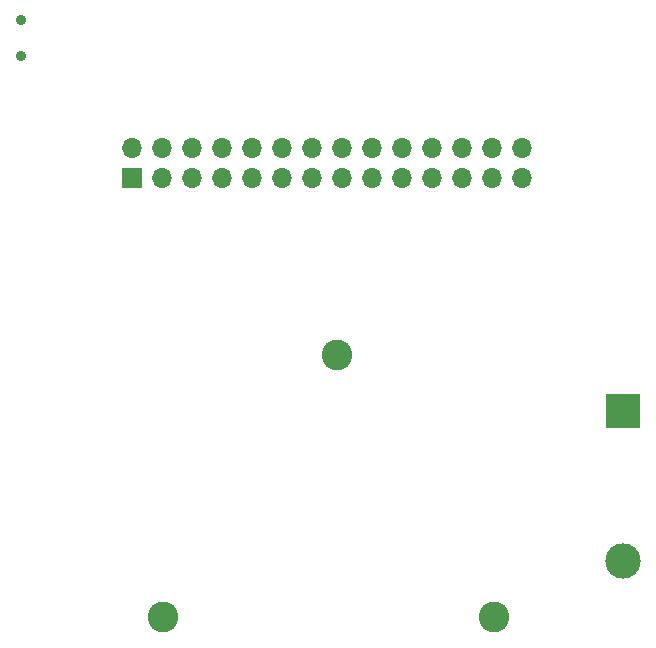
<source format=gbs>
%TF.GenerationSoftware,KiCad,Pcbnew,(6.0.5-0)*%
%TF.CreationDate,2022-11-17T16:29:29+01:00*%
%TF.ProjectId,25pix,32357069-782e-46b6-9963-61645f706362,v0.1*%
%TF.SameCoordinates,Original*%
%TF.FileFunction,Soldermask,Bot*%
%TF.FilePolarity,Negative*%
%FSLAX46Y46*%
G04 Gerber Fmt 4.6, Leading zero omitted, Abs format (unit mm)*
G04 Created by KiCad (PCBNEW (6.0.5-0)) date 2022-11-17 16:29:29*
%MOMM*%
%LPD*%
G01*
G04 APERTURE LIST*
%ADD10R,1.700000X1.700000*%
%ADD11O,1.700000X1.700000*%
%ADD12C,0.900000*%
%ADD13C,2.600000*%
%ADD14R,3.000000X3.000000*%
%ADD15C,3.000000*%
G04 APERTURE END LIST*
D10*
X52600000Y-77000000D03*
D11*
X52600000Y-74460000D03*
X55140000Y-77000000D03*
X55140000Y-74460000D03*
X57680000Y-77000000D03*
X57680000Y-74460000D03*
X60220000Y-77000000D03*
X60220000Y-74460000D03*
X62760000Y-77000000D03*
X62760000Y-74460000D03*
X65300000Y-77000000D03*
X65300000Y-74460000D03*
X67840000Y-77000000D03*
X67840000Y-74460000D03*
X70380000Y-77000000D03*
X70380000Y-74460000D03*
X72920000Y-77000000D03*
X72920000Y-74460000D03*
X75460000Y-77000000D03*
X75460000Y-74460000D03*
X78000000Y-77000000D03*
X78000000Y-74460000D03*
X80540000Y-77000000D03*
X80540000Y-74460000D03*
X83080000Y-77000000D03*
X83080000Y-74460000D03*
X85620000Y-77000000D03*
X85620000Y-74460000D03*
D12*
X43200000Y-66600000D03*
X43200000Y-63600000D03*
D13*
X55250000Y-114150000D03*
X70000000Y-91950000D03*
X83250000Y-114150000D03*
D14*
X94150000Y-96700000D03*
D15*
X94150000Y-109400000D03*
M02*

</source>
